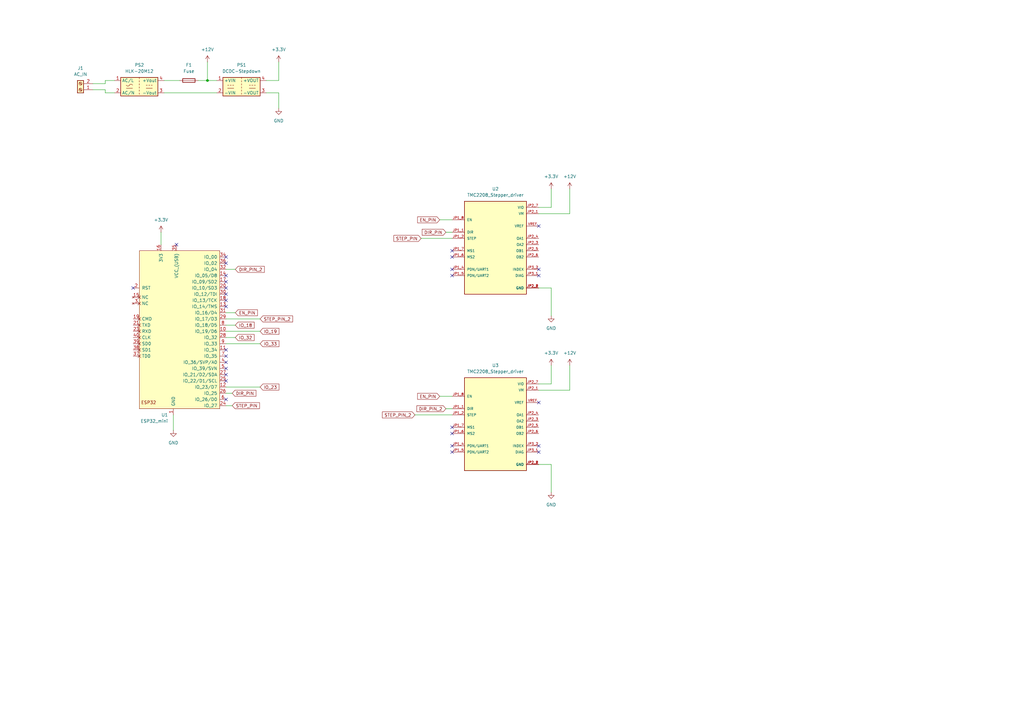
<source format=kicad_sch>
(kicad_sch (version 20231120) (generator "eeschema") (generator_version "8.0")
  (paper "A3")
  (title_block (title "ESPHome Electric Blinds") (date "2024-03-25") (rev "v1") (company "Jakub Cihanek"))
  (lib_symbols
    (symbol "Connector:Screw_Terminal_01x02" (pin_names (offset 1.016) hide)
      (property "Reference" "J" (at 0 2.54 0))
      (property "Value" "Screw_Terminal_01x02" (at 0 -5.08 0))
      (symbol "Screw_Terminal_01x02_1_1"
        (rectangle (start -1.27 1.27) (end 1.27 -3.81) (stroke (width 0.254)) (fill (type background)))
        (circle (center 0 -2.54) (radius 0.635) (stroke (width 0.1524)))
        (polyline (pts (xy -0.5334 -2.2098) (xy 0.3302 -3.048)) (stroke (width 0.1524)))
        (polyline (pts (xy -0.5334 0.3302) (xy 0.3302 -0.508)) (stroke (width 0.1524)))
        (polyline (pts (xy -0.3556 -2.032) (xy 0.508 -2.8702)) (stroke (width 0.1524)))
        (polyline (pts (xy -0.3556 0.508) (xy 0.508 -0.3302)) (stroke (width 0.1524)))
        (circle (center 0 0) (radius 0.635) (stroke (width 0.1524)))
        (pin passive line (at -5.08 0 0) (length 3.81) (name "Pin_1") (number "1"))
        (pin passive line (at -5.08 -2.54 0) (length 3.81) (name "Pin_2") (number "2"))
      )
    )
    (symbol "Device:Fuse" (pin_numbers hide) (pin_names (offset 0))
      (property "Reference" "F" (at 2.032 0 90))
      (property "Value" "Fuse" (at -1.905 0 90))
      (symbol "Fuse_0_1"
        (rectangle (start -0.762 -2.54) (end 0.762 2.54) (stroke (width 0.254)))
        (polyline (pts (xy 0 2.54) (xy 0 -2.54)))
      )
      (symbol "Fuse_1_1"
        (pin passive line (at 0 3.81 270) (length 1.27) (name "~") (number "1"))
        (pin passive line (at 0 -3.81 90) (length 1.27) (name "~") (number "2"))
      )
    )
    (symbol "johnymalina_components:DC-DC_Module"
      (property "Reference" "PS" (at 0 5.08 0))
      (property "Value" "DCDC-Stepdown" (at 0 -5.08 0))
      (symbol "DC-DC_Module_0_1"
        (rectangle (start -7.62 3.81) (end 7.62 -3.81) (stroke (width 0.254)) (fill (type background)))
        (polyline (pts (xy -5.715 -0.635) (xy -3.175 -0.635)))
        (polyline (pts (xy -5.715 0.635) (xy -5.207 0.635)))
        (polyline (pts (xy -4.699 0.635) (xy -4.191 0.635)))
        (polyline (pts (xy -3.683 0.635) (xy -3.175 0.635)))
        (polyline (pts (xy 0 -2.54) (xy 0 -3.175)))
        (polyline (pts (xy 0 -1.27) (xy 0 -1.905)))
        (polyline (pts (xy 0 0) (xy 0 -0.635)))
        (polyline (pts (xy 0 1.27) (xy 0 0.635)))
        (polyline (pts (xy 0 2.54) (xy 0 1.905)))
        (polyline (pts (xy 0 3.81) (xy 0 3.175)))
        (polyline (pts (xy 3.175 -0.635) (xy 5.715 -0.635)))
        (polyline (pts (xy 3.175 0.635) (xy 3.683 0.635)))
        (polyline (pts (xy 4.191 0.635) (xy 4.699 0.635)))
        (polyline (pts (xy 5.207 0.635) (xy 5.715 0.635)))
      )
      (symbol "DC-DC_Module_1_1"
        (pin power_in line (at -10.16 2.54 0) (length 2.54) (name "+VIN") (number "1"))
        (pin power_in line (at -10.16 -2.54 0) (length 2.54) (name "-VIN") (number "2"))
        (pin power_out line (at 10.16 -2.54 180) (length 2.54) (name "-VOUT") (number "3"))
        (pin power_out line (at 10.16 2.54 180) (length 2.54) (name "+VOUT") (number "4"))
      )
    )
    (symbol "johnymalina_components:HLK-20M12"
      (property "Reference" "PS" (at 0 5.08 0))
      (property "Value" "HLK-20M12" (at 0 -5.08 0))
      (symbol "HLK-20M12_0_1"
        (rectangle (start -7.62 3.81) (end 7.62 -3.81) (stroke (width 0.254)) (fill (type background)))
        (arc (start -5.334 0.635) (mid -4.699 0.2495) (end -4.064 0.635))
        (arc (start -2.794 0.635) (mid -3.429 1.0072) (end -4.064 0.635))
        (polyline (pts (xy -5.334 -0.635) (xy -2.794 -0.635)))
        (polyline (pts (xy 0 -2.54) (xy 0 -3.175)))
        (polyline (pts (xy 0 -1.27) (xy 0 -1.905)))
        (polyline (pts (xy 0 0) (xy 0 -0.635)))
        (polyline (pts (xy 0 1.27) (xy 0 0.635)))
        (polyline (pts (xy 0 2.54) (xy 0 1.905)))
        (polyline (pts (xy 0 3.81) (xy 0 3.175)))
        (polyline (pts (xy 2.794 -0.635) (xy 5.334 -0.635)))
        (polyline (pts (xy 2.794 0.635) (xy 3.302 0.635)))
        (polyline (pts (xy 3.81 0.635) (xy 4.318 0.635)))
        (polyline (pts (xy 4.826 0.635) (xy 5.334 0.635)))
      )
      (symbol "HLK-20M12_1_1"
        (pin power_in line (at -10.16 2.54 0) (length 2.54) (name "AC/L") (number "1"))
        (pin power_in line (at -10.16 -2.54 0) (length 2.54) (name "AC/N") (number "2"))
        (pin power_out line (at 10.16 -2.54 180) (length 2.54) (name "-Vout") (number "3"))
        (pin power_out line (at 10.16 2.54 180) (length 2.54) (name "+Vout") (number "4"))
      )
    )
    (symbol "johnymalina_components:TMC2208_Stepper_driver" (pin_names (offset 1.016))
      (property "Reference" "U" (at -12.7 19.05 0))
      (property "Value" "TMC2208_Stepper_driver" (at -12.7 -22.86 0))
      (symbol "TMC2208_Stepper_driver_0_0"
        (rectangle (start -12.7 -20.32) (end 12.7 17.78) (stroke (width 0.254)) (fill (type background)))
        (pin input line (at -17.78 5.08 0) (length 5.08) (name "DIR") (number "JP1_1"))
        (pin input line (at -17.78 2.54 0) (length 5.08) (name "STEP") (number "JP1_2"))
        (pin bidirectional line (at -17.78 -10.16 0) (length 5.08) (name "PDN/UART1") (number "JP1_4"))
        (pin bidirectional line (at -17.78 -12.7 0) (length 5.08) (name "PDN/UART2") (number "JP1_5"))
        (pin input line (at -17.78 -5.08 0) (length 5.08) (name "MS2") (number "JP1_6"))
        (pin input line (at -17.78 -2.54 0) (length 5.08) (name "MS1") (number "JP1_7"))
        (pin input line (at -17.78 10.16 0) (length 5.08) (name "EN") (number "JP1_8"))
        (pin power_in line (at 17.78 12.7 180) (length 5.08) (name "VM") (number "JP2_1"))
        (pin power_in line (at 17.78 -17.78 180) (length 5.08) (name "GND") (number "JP2_2"))
        (pin passive line (at 17.78 0 180) (length 5.08) (name "OA2") (number "JP2_3"))
        (pin passive line (at 17.78 2.54 180) (length 5.08) (name "OA1") (number "JP2_4"))
        (pin passive line (at 17.78 -2.54 180) (length 5.08) (name "OB1") (number "JP2_5"))
        (pin passive line (at 17.78 -5.08 180) (length 5.08) (name "OB2") (number "JP2_6"))
        (pin power_in line (at 17.78 15.24 180) (length 5.08) (name "VIO") (number "JP2_7"))
        (pin power_in line (at 17.78 -17.78 180) (length 5.08) (name "GND") (number "JP2_8"))
        (pin output line (at 17.78 -12.7 180) (length 5.08) (name "DIAG") (number "JP3_1"))
        (pin output line (at 17.78 -10.16 180) (length 5.08) (name "INDEX") (number "JP3_2"))
        (pin passive line (at 17.78 7.62 180) (length 5.08) (name "VREF") (number "VREF"))
      )
    )
    (symbol "johnymalina_microcontrollers:ESP32_mini" (pin_names (offset 1.016))
      (property "Reference" "U" (at -7.62 -50.8 0))
      (property "Value" "ESP32_mini" (at 8.255 -31.115 90))
      (symbol "ESP32_mini_0_0"
        (text "ESP32" (at 19.05 -62.23 0) (effects (font (size 1.27 1.27))))
        (pin power_in line (at 8.89 -67.31 90) (length 2.54) (name "GND") (number "1"))
        (pin input line (at 25.4 -15.24 180) (length 2.54) (name "RST") (number "2"))
        (pin no_connect non_logic (at 25.4 -21.59 180) (length 2.54) (name "NC") (number "3"))
        (pin bidirectional line (at -12.7 -45.72 0) (length 2.54) (name "IO_36/SVP/A0") (number "4"))
        (pin bidirectional line (at -12.7 -48.26 0) (length 2.54) (name "IO_39/SVN") (number "5"))
      )
      (symbol "ESP32_mini_0_1"
        (rectangle (start -10.16 0) (end 22.86 -64.77) (fill (type background)))
      )
      (symbol "ESP32_mini_1_1"
        (pin bidirectional line (at -12.7 -33.02 0) (length 2.54) (name "IO_19/D6") (number "10"))
        (pin bidirectional line (at -12.7 -40.64 0) (length 2.54) (name "IO_34") (number "11"))
        (pin bidirectional line (at -12.7 -55.88 0) (length 2.54) (name "IO_23/D7") (number "12"))
        (pin bidirectional line (at -12.7 -22.86 0) (length 2.54) (name "IO_14/TMS") (number "13"))
        (pin bidirectional line (at -12.7 -10.16 0) (length 2.54) (name "IO_05/D8") (number "14"))
        (pin no_connect non_logic (at 25.4 -19.05 180) (length 2.54) (name "NC") (number "15"))
        (pin power_in line (at 13.97 2.54 270) (length 2.54) (name "3V3") (number "16"))
        (pin bidirectional line (at -12.7 -12.7 0) (length 2.54) (name "IO_09/SD2") (number "17"))
        (pin bidirectional line (at -12.7 -20.32 0) (length 2.54) (name "IO_13/TCK") (number "18"))
        (pin passive non_logic (at 25.4 -27.94 180) (length 2.54) (name "CMD") (number "19"))
        (pin bidirectional line (at -12.7 -15.24 0) (length 2.54) (name "IO_10/SD3") (number "20"))
        (pin passive non_logic (at 25.4 -30.48 180) (length 2.54) (name "TXD") (number "21"))
        (pin power_in line (at 8.89 -67.31 90) (length 2.54) hide (name "GND") (number "22"))
        (pin passive non_logic (at 25.4 -33.02 180) (length 2.54) (name "RXD") (number "23"))
        (pin bidirectional line (at -12.7 -63.5 0) (length 2.54) (name "IO_27") (number "24"))
        (pin bidirectional line (at -12.7 -53.34 0) (length 2.54) (name "IO_22/D1/SCL") (number "25"))
        (pin bidirectional line (at -12.7 -58.42 0) (length 2.54) (name "IO_25") (number "26"))
        (pin bidirectional line (at -12.7 -50.8 0) (length 2.54) (name "IO_21/D2/SDA") (number "27"))
        (pin bidirectional line (at -12.7 -35.56 0) (length 2.54) (name "IO_32") (number "28"))
        (pin bidirectional line (at -12.7 -27.94 0) (length 2.54) (name "IO_17/D3") (number "29"))
        (pin bidirectional line (at -12.7 -17.78 0) (length 2.54) (name "IO_12/TDI") (number "30"))
        (pin bidirectional line (at -12.7 -25.4 0) (length 2.54) (name "IO_16/D4") (number "31"))
        (pin bidirectional line (at -12.7 -7.62 0) (length 2.54) (name "IO_04") (number "32"))
        (pin power_in line (at 8.89 -67.31 90) (length 2.54) hide (name "GND") (number "33"))
        (pin bidirectional line (at -12.7 -2.54 0) (length 2.54) (name "IO_00") (number "34"))
        (pin power_in line (at 7.62 2.54 270) (length 2.54) (name "VCC_(USB)") (number "35"))
        (pin bidirectional line (at -12.7 -5.08 0) (length 2.54) (name "IO_02") (number "36"))
        (pin passive non_logic (at 25.4 -43.18 180) (length 2.54) (name "TD0") (number "37"))
        (pin passive non_logic (at 25.4 -40.64 180) (length 2.54) (name "SD1") (number "38"))
        (pin passive non_logic (at 25.4 -38.1 180) (length 2.54) (name "SD0") (number "39"))
        (pin passive non_logic (at 25.4 -35.56 180) (length 2.54) (name "CLK") (number "40"))
        (pin bidirectional line (at -12.7 -60.96 0) (length 2.54) (name "IO_26/D0") (number "6"))
        (pin bidirectional line (at -12.7 -43.18 0) (length 2.54) (name "IO_35") (number "7"))
        (pin bidirectional line (at -12.7 -30.48 0) (length 2.54) (name "IO_18/D5") (number "8"))
        (pin bidirectional line (at -12.7 -38.1 0) (length 2.54) (name "IO_33") (number "9"))
      )
    )
    (symbol "power:+12V" (power) (pin_numbers hide) (pin_names (offset 0) hide)
      (property "Value" "+12V" (at 0 3.556 0))
      (symbol "+12V_0_1"
        (polyline (pts (xy -0.762 1.27) (xy 0 2.54)))
        (polyline (pts (xy 0 0) (xy 0 2.54)))
        (polyline (pts (xy 0 2.54) (xy 0.762 1.27)))
      )
      (symbol "+12V_1_1"
        (pin power_in line (at 0 0 90) (length 0) (name "~") (number "1"))
      )
    )
    (symbol "power:+3.3V" (power) (pin_numbers hide) (pin_names (offset 0) hide)
      (property "Value" "+3.3V" (at 0 3.556 0))
      (symbol "+3.3V_0_1"
        (polyline (pts (xy -0.762 1.27) (xy 0 2.54)))
        (polyline (pts (xy 0 0) (xy 0 2.54)))
        (polyline (pts (xy 0 2.54) (xy 0.762 1.27)))
      )
      (symbol "+3.3V_1_1"
        (pin power_in line (at 0 0 90) (length 0) (name "~") (number "1"))
      )
    )
    (symbol "power:GND" (power) (pin_numbers hide) (pin_names (offset 0) hide)
      (property "Value" "GND" (at 0 -3.81 0))
      (symbol "GND_0_1"
        (polyline (pts (xy 0 0) (xy 0 -1.27) (xy 1.27 -1.27) (xy 0 -2.54) (xy -1.27 -1.27) (xy 0 -1.27)))
      )
      (symbol "GND_1_1"
        (pin power_in line (at 0 0 270) (length 0) (name "~") (number "1"))
      )
    )
  )
  (junction (at 85.09 33.02))
  (no_connect (at 92.71 125.73))
  (no_connect (at 185.42 110.49))
  (no_connect (at 92.71 118.11))
  (no_connect (at 185.42 177.8))
  (no_connect (at 220.98 182.88))
  (no_connect (at 220.98 92.71))
  (no_connect (at 92.71 113.03))
  (no_connect (at 220.98 165.1))
  (no_connect (at 92.71 156.21))
  (no_connect (at 92.71 123.19))
  (no_connect (at 185.42 102.87))
  (no_connect (at 54.61 118.11))
  (no_connect (at 92.71 148.59))
  (no_connect (at 185.42 105.41))
  (no_connect (at 92.71 146.05))
  (no_connect (at 92.71 105.41))
  (no_connect (at 92.71 151.13))
  (no_connect (at 185.42 182.88))
  (no_connect (at 92.71 163.83))
  (no_connect (at 92.71 120.65))
  (no_connect (at 92.71 107.95))
  (no_connect (at 92.71 143.51))
  (no_connect (at 185.42 113.03))
  (no_connect (at 185.42 175.26))
  (no_connect (at 220.98 113.03))
  (no_connect (at 92.71 115.57))
  (no_connect (at 185.42 185.42))
  (no_connect (at 220.98 185.42))
  (no_connect (at 220.98 110.49))
  (no_connect (at 92.71 153.67))
  (no_connect (at 72.39 100.33))
  (wire (pts (xy 96.52 110.49) (xy 92.71 110.49)))
  (wire (pts (xy 67.31 33.02) (xy 73.66 33.02)))
  (wire (pts (xy 38.1 34.29) (xy 43.18 34.29)))
  (wire (pts (xy 226.06 118.11) (xy 226.06 129.54)))
  (wire (pts (xy 182.88 167.64) (xy 185.42 167.64)))
  (wire (pts (xy 85.09 33.02) (xy 88.9 33.02)))
  (wire (pts (xy 95.25 166.37) (xy 92.71 166.37)))
  (wire (pts (xy 170.18 170.18) (xy 185.42 170.18)))
  (wire (pts (xy 96.52 133.35) (xy 92.71 133.35)))
  (wire (pts (xy 114.3 33.02) (xy 114.3 25.4)))
  (wire (pts (xy 106.68 130.81) (xy 92.71 130.81)))
  (wire (pts (xy 180.34 90.17) (xy 185.42 90.17)))
  (wire (pts (xy 172.72 97.79) (xy 185.42 97.79)))
  (wire (pts (xy 233.68 77.47) (xy 233.68 87.63)))
  (wire (pts (xy 85.09 25.4) (xy 85.09 33.02)))
  (wire (pts (xy 233.68 149.86) (xy 233.68 160.02)))
  (wire (pts (xy 66.04 95.25) (xy 66.04 100.33)))
  (wire (pts (xy 109.22 33.02) (xy 114.3 33.02)))
  (wire (pts (xy 114.3 38.1) (xy 114.3 44.45)))
  (wire (pts (xy 106.68 158.75) (xy 92.71 158.75)))
  (wire (pts (xy 106.68 135.89) (xy 92.71 135.89)))
  (wire (pts (xy 109.22 38.1) (xy 114.3 38.1)))
  (wire (pts (xy 220.98 85.09) (xy 226.06 85.09)))
  (wire (pts (xy 106.68 140.97) (xy 92.71 140.97)))
  (wire (pts (xy 226.06 85.09) (xy 226.06 77.47)))
  (wire (pts (xy 38.1 36.83) (xy 43.18 36.83)))
  (wire (pts (xy 43.18 38.1) (xy 46.99 38.1)))
  (wire (pts (xy 226.06 190.5) (xy 226.06 201.93)))
  (wire (pts (xy 43.18 36.83) (xy 43.18 38.1)))
  (wire (pts (xy 71.12 176.53) (xy 71.12 170.18)))
  (wire (pts (xy 233.68 160.02) (xy 220.98 160.02)))
  (wire (pts (xy 226.06 157.48) (xy 226.06 149.86)))
  (wire (pts (xy 96.52 138.43) (xy 92.71 138.43)))
  (wire (pts (xy 81.28 33.02) (xy 85.09 33.02)))
  (wire (pts (xy 180.34 162.56) (xy 185.42 162.56)))
  (wire (pts (xy 67.31 38.1) (xy 88.9 38.1)))
  (wire (pts (xy 233.68 87.63) (xy 220.98 87.63)))
  (wire (pts (xy 43.18 34.29) (xy 43.18 33.02)))
  (wire (pts (xy 43.18 33.02) (xy 46.99 33.02)))
  (wire (pts (xy 96.52 128.27) (xy 92.71 128.27)))
  (wire (pts (xy 220.98 118.11) (xy 226.06 118.11)))
  (wire (pts (xy 220.98 190.5) (xy 226.06 190.5)))
  (wire (pts (xy 182.88 95.25) (xy 185.42 95.25)))
  (wire (pts (xy 220.98 157.48) (xy 226.06 157.48)))
  (wire (pts (xy 95.25 161.29) (xy 92.71 161.29)))
  (global_label "DIR_PIN_2" (shape input) (at 96.52 110.49 0) (property "Intersheetrefs" "${INTERSHEET_REFS}" (effects (hide yes))))
  (global_label "IO_18" (shape input) (at 96.52 133.35 0) (property "Intersheetrefs" "${INTERSHEET_REFS}" (effects (hide yes))))
  (global_label "EN_PIN" (shape input) (at 96.52 128.27 0) (property "Intersheetrefs" "${INTERSHEET_REFS}" (effects (hide yes))))
  (global_label "EN_PIN" (shape input) (at 180.34 162.56 180) (property "Intersheetrefs" "${INTERSHEET_REFS}" (effects (hide yes))))
  (global_label "DIR_PIN" (shape input) (at 182.88 95.25 180) (property "Intersheetrefs" "${INTERSHEET_REFS}" (effects (hide yes))))
  (global_label "DIR_PIN" (shape input) (at 95.25 161.29 0) (property "Intersheetrefs" "${INTERSHEET_REFS}" (effects (hide yes))))
  (global_label "STEP_PIN" (shape input) (at 172.72 97.79 180) (property "Intersheetrefs" "${INTERSHEET_REFS}" (effects (hide yes))))
  (global_label "EN_PIN" (shape input) (at 180.34 90.17 180) (property "Intersheetrefs" "${INTERSHEET_REFS}" (effects (hide yes))))
  (global_label "STEP_PIN_2" (shape input) (at 106.68 130.81 0) (property "Intersheetrefs" "${INTERSHEET_REFS}" (effects (hide yes))))
  (global_label "IO_19" (shape input) (at 106.68 135.89 0) (property "Intersheetrefs" "${INTERSHEET_REFS}" (effects (hide yes))))
  (global_label "STEP_PIN_2" (shape input) (at 170.18 170.18 180) (property "Intersheetrefs" "${INTERSHEET_REFS}" (effects (hide yes))))
  (global_label "IO_33" (shape input) (at 106.68 140.97 0) (property "Intersheetrefs" "${INTERSHEET_REFS}" (effects (hide yes))))
  (global_label "IO_32" (shape input) (at 96.52 138.43 0) (property "Intersheetrefs" "${INTERSHEET_REFS}" (effects (hide yes))))
  (global_label "IO_23" (shape input) (at 106.68 158.75 0) (property "Intersheetrefs" "${INTERSHEET_REFS}" (effects (hide yes))))
  (global_label "STEP_PIN" (shape input) (at 95.25 166.37 0) (property "Intersheetrefs" "${INTERSHEET_REFS}" (effects (hide yes))))
  (global_label "DIR_PIN_2" (shape input) (at 182.88 167.64 180) (property "Intersheetrefs" "${INTERSHEET_REFS}" (effects (hide yes))))
  (symbol (lib_id "power:+12V") (at 85.09 25.4 0) (unit 1)
    (property "Reference" "#PWR01" (effects (hide yes)))
    (property "Value" "+12V" (at 85.09 20.32 0))
    (property "Description" "Power symbol creates a global label with name \"+12V\"" (effects (hide yes)))
  )
  (symbol (lib_id "Device:Fuse") (at 77.47 33.02 90) (unit 1)
    (property "Reference" "F1" (at 77.47 26.67 90))
    (property "Value" "Fuse" (at 77.47 29.21 90))
    (property "Description" "Fuse" (effects (hide yes)))
  )
  (symbol (lib_id "power:+3.3V") (at 226.06 149.86 0) (unit 1)
    (property "Reference" "#PWR010" (effects (hide yes)))
    (property "Value" "+3.3V" (at 226.06 144.78 0))
    (property "Description" "Power symbol creates a global label with name \"+3.3V\"" (effects (hide yes)))
  )
  (symbol (lib_id "johnymalina_components:DC-DC_Module") (at 99.06 35.56 0) (unit 1)
    (property "Reference" "PS1" (at 99.06 26.67 0))
    (property "Value" "DCDC-Stepdown" (at 99.06 29.21 0))
    (property "Footprint" "components_johnymalina:DCDC_stepdown_module" (effects (hide yes)))
    (property "Description" "Compact DC/DC board" (effects (hide yes)))
  )
  (symbol (lib_id "johnymalina_microcontrollers:ESP32_mini") (at 80.01 102.87 0) (mirror y) (unit 1)
    (property "Reference" "U1" (at 68.9259 170.18 0) (effects (justify left)))
    (property "Value" "ESP32_mini" (at 68.9259 172.72 0) (effects (justify left)))
    (property "Footprint" "microcontrollers_johnymalina:ESP32_mini" (effects (hide yes)))
  )
  (symbol (lib_id "Connector:Screw_Terminal_01x02") (at 33.02 36.83 180) (unit 1)
    (property "Reference" "J1" (at 33.02 27.94 0))
    (property "Value" "AC_IN" (at 33.02 30.48 0))
    (property "Description" "Generic screw terminal, single row, 01x02, script generated (kicad-library-utils/schlib/autogen/connector/)" (effects (hide yes)))
  )
  (symbol (lib_id "power:+12V") (at 233.68 77.47 0) (unit 1)
    (property "Reference" "#PWR08" (effects (hide yes)))
    (property "Value" "+12V" (at 233.68 72.39 0))
    (property "Description" "Power symbol creates a global label with name \"+12V\"" (effects (hide yes)))
  )
  (symbol (lib_id "power:GND") (at 114.3 44.45 0) (unit 1)
    (property "Reference" "#PWR03" (effects (hide yes)))
    (property "Value" "GND" (at 114.3 49.53 0))
    (property "Description" "Power symbol creates a global label with name \"GND\" , ground" (effects (hide yes)))
  )
  (symbol (lib_id "power:+3.3V") (at 66.04 95.25 0) (unit 1)
    (property "Reference" "#PWR04" (effects (hide yes)))
    (property "Value" "+3.3V" (at 66.04 90.17 0))
    (property "Description" "Power symbol creates a global label with name \"+3.3V\"" (effects (hide yes)))
  )
  (symbol (lib_id "power:GND") (at 226.06 201.93 0) (unit 1)
    (property "Reference" "#PWR06" (effects (hide yes)))
    (property "Value" "GND" (at 226.06 207.01 0))
    (property "Description" "Power symbol creates a global label with name \"GND\" , ground" (effects (hide yes)))
  )
  (symbol (lib_id "power:+3.3V") (at 226.06 77.47 0) (unit 1)
    (property "Reference" "#PWR09" (effects (hide yes)))
    (property "Value" "+3.3V" (at 226.06 72.39 0))
    (property "Description" "Power symbol creates a global label with name \"+3.3V\"" (effects (hide yes)))
  )
  (symbol (lib_id "power:GND") (at 226.06 129.54 0) (unit 1)
    (property "Reference" "#PWR07" (effects (hide yes)))
    (property "Value" "GND" (at 226.06 134.62 0))
    (property "Description" "Power symbol creates a global label with name \"GND\" , ground" (effects (hide yes)))
  )
  (symbol (lib_id "power:+12V") (at 233.68 149.86 0) (unit 1)
    (property "Reference" "#PWR011" (effects (hide yes)))
    (property "Value" "+12V" (at 233.68 144.78 0))
    (property "Description" "Power symbol creates a global label with name \"+12V\"" (effects (hide yes)))
  )
  (symbol (lib_id "johnymalina_components:TMC2208_Stepper_driver") (at 203.2 100.33 0) (unit 1)
    (property "Reference" "U2" (at 203.2 77.47 0))
    (property "Value" "TMC2208_Stepper_driver" (at 203.2 80.01 0))
    (property "Footprint" "MODULE_TMC2208_SILENTSTEPSTICK" (effects (hide yes)))
    (property "MANUFACTURER" "Trinamic Motion" (effects (hide yes)))
  )
  (symbol (lib_id "johnymalina_components:HLK-20M12") (at 57.15 35.56 0) (unit 1)
    (property "Reference" "PS2" (at 57.15 26.67 0))
    (property "Value" "HLK-20M12" (at 57.15 29.21 0))
    (property "Footprint" "components_johnymalina:HLK_AC_DC_20W" (effects (hide yes)))
    (property "Description" "Compact AC/DC board mount power module 20W 12V" (effects (hide yes)))
  )
  (symbol (lib_id "power:GND") (at 71.12 176.53 0) (unit 1)
    (property "Reference" "#PWR05" (effects (hide yes)))
    (property "Value" "GND" (at 71.12 181.61 0))
    (property "Description" "Power symbol creates a global label with name \"GND\" , ground" (effects (hide yes)))
  )
  (symbol (lib_id "johnymalina_components:TMC2208_Stepper_driver") (at 203.2 172.72 0) (unit 1)
    (property "Reference" "U3" (at 203.2 149.86 0))
    (property "Value" "TMC2208_Stepper_driver" (at 203.2 152.4 0))
    (property "Footprint" "MODULE_TMC2208_SILENTSTEPSTICK" (effects (hide yes)))
    (property "MANUFACTURER" "Trinamic Motion" (effects (hide yes)))
  )
  (symbol (lib_id "power:+3.3V") (at 114.3 25.4 0) (unit 1)
    (property "Reference" "#PWR02" (effects (hide yes)))
    (property "Value" "+3.3V" (at 114.3 20.32 0))
    (property "Description" "Power symbol creates a global label with name \"+3.3V\"" (effects (hide yes)))
  )
)
</source>
